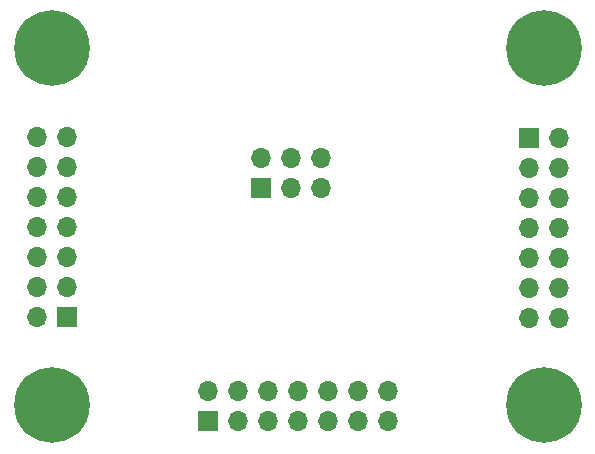
<source format=gbs>
G04 #@! TF.GenerationSoftware,KiCad,Pcbnew,7.0.0-da2b9df05c~163~ubuntu22.04.1*
G04 #@! TF.CreationDate,2023-03-12T18:54:24+00:00*
G04 #@! TF.ProjectId,userioswitchhdr,75736572-696f-4737-9769-746368686472,rev?*
G04 #@! TF.SameCoordinates,Original*
G04 #@! TF.FileFunction,Soldermask,Bot*
G04 #@! TF.FilePolarity,Negative*
%FSLAX46Y46*%
G04 Gerber Fmt 4.6, Leading zero omitted, Abs format (unit mm)*
G04 Created by KiCad (PCBNEW 7.0.0-da2b9df05c~163~ubuntu22.04.1) date 2023-03-12 18:54:24*
%MOMM*%
%LPD*%
G01*
G04 APERTURE LIST*
%ADD10R,1.700000X1.700000*%
%ADD11O,1.700000X1.700000*%
%ADD12C,3.600000*%
%ADD13C,6.400000*%
G04 APERTURE END LIST*
D10*
G04 #@! TO.C,J1*
X194919999Y-106552999D03*
D11*
X194919999Y-104012999D03*
X197459999Y-106552999D03*
X197459999Y-104012999D03*
X199999999Y-106552999D03*
X199999999Y-104012999D03*
X202539999Y-106552999D03*
X202539999Y-104012999D03*
X205079999Y-106552999D03*
X205079999Y-104012999D03*
X207619999Y-106552999D03*
X207619999Y-104012999D03*
X210159999Y-106552999D03*
X210159999Y-104012999D03*
G04 #@! TD*
D10*
G04 #@! TO.C,J2*
X199389999Y-86867999D03*
D11*
X199389999Y-84327999D03*
X201929999Y-86867999D03*
X201929999Y-84327999D03*
X204469999Y-86867999D03*
X204469999Y-84327999D03*
G04 #@! TD*
D12*
G04 #@! TO.C,H1*
X181730000Y-75000000D03*
D13*
X181730000Y-75000000D03*
G04 #@! TD*
D10*
G04 #@! TO.C,J3*
X182999999Y-97744999D03*
D11*
X180459999Y-97744999D03*
X182999999Y-95204999D03*
X180459999Y-95204999D03*
X182999999Y-92664999D03*
X180459999Y-92664999D03*
X182999999Y-90124999D03*
X180459999Y-90124999D03*
X182999999Y-87584999D03*
X180459999Y-87584999D03*
X182999999Y-85044999D03*
X180459999Y-85044999D03*
X182999999Y-82504999D03*
X180459999Y-82504999D03*
G04 #@! TD*
D12*
G04 #@! TO.C,H4*
X223350000Y-75000000D03*
D13*
X223350000Y-75000000D03*
G04 #@! TD*
D11*
G04 #@! TO.C,J4*
X224619999Y-97834999D03*
X222079999Y-97834999D03*
X224619999Y-95294999D03*
X222079999Y-95294999D03*
X224619999Y-92754999D03*
X222079999Y-92754999D03*
X224619999Y-90214999D03*
X222079999Y-90214999D03*
X224619999Y-87674999D03*
X222079999Y-87674999D03*
X224619999Y-85134999D03*
X222079999Y-85134999D03*
X224619999Y-82594999D03*
D10*
X222079999Y-82594999D03*
G04 #@! TD*
D12*
G04 #@! TO.C,H2*
X181730000Y-105250000D03*
D13*
X181730000Y-105250000D03*
G04 #@! TD*
D12*
G04 #@! TO.C,H3*
X223350000Y-105250000D03*
D13*
X223350000Y-105250000D03*
G04 #@! TD*
M02*

</source>
